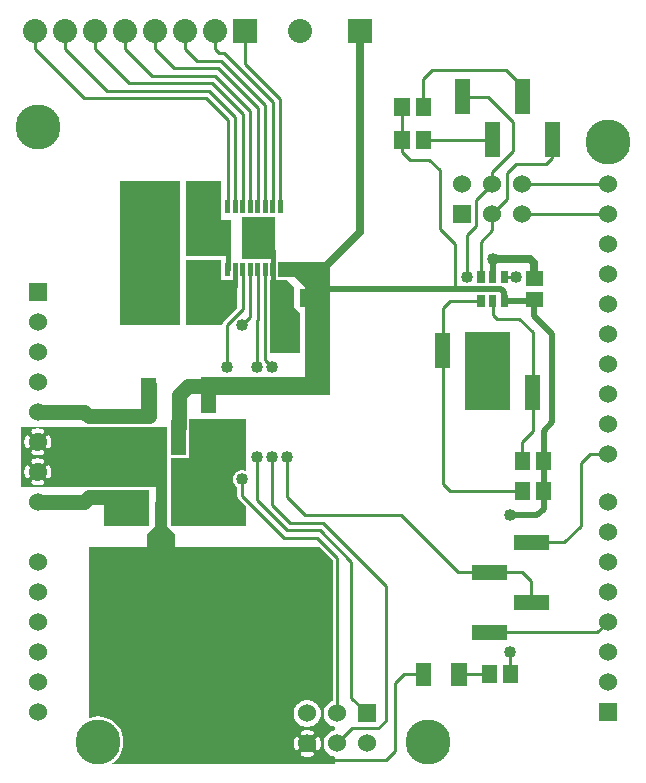
<source format=gbr>
G04 start of page 2 for group 0 idx 0 *
G04 Title: (unknown), component *
G04 Creator: pcb 20140316 *
G04 CreationDate: Thu 11 Jun 2015 05:52:48 PM GMT UTC *
G04 For: ndholmes *
G04 Format: Gerber/RS-274X *
G04 PCB-Dimensions (mil): 2100.00 2700.00 *
G04 PCB-Coordinate-Origin: lower left *
%MOIN*%
%FSLAX25Y25*%
%LNTOP*%
%ADD31C,0.0480*%
%ADD30C,0.1285*%
%ADD29C,0.0380*%
%ADD28C,0.0400*%
%ADD27R,0.0165X0.0165*%
%ADD26R,0.0490X0.0490*%
%ADD25R,0.0945X0.0945*%
%ADD24R,0.0378X0.0378*%
%ADD23R,0.0512X0.0512*%
%ADD22R,0.0240X0.0240*%
%ADD21R,0.0500X0.0500*%
%ADD20C,0.0800*%
%ADD19C,0.1500*%
%ADD18C,0.0600*%
%ADD17C,0.0200*%
%ADD16C,0.0250*%
%ADD15C,0.0150*%
%ADD14C,0.0100*%
%ADD13C,0.0500*%
%ADD12C,0.0350*%
%ADD11C,0.0001*%
G54D11*G36*
X99000Y125500D02*Y170000D01*
X107500D01*
Y125500D01*
X99000D01*
G37*
G36*
X103000D02*X64500D01*
Y131500D01*
X103000D01*
Y125500D01*
G37*
G36*
X95500Y155000D02*X97500Y153000D01*
Y139500D01*
X94500D01*
Y155000D01*
X95500D01*
G37*
G36*
X87500Y164000D02*X93000D01*
X95500Y161500D01*
Y139500D01*
X87500D01*
Y164000D01*
G37*
G36*
X90043Y170000D02*X107500D01*
Y165000D01*
X90043D01*
X90066Y165093D01*
X90075Y165250D01*
X90066Y169907D01*
X90043Y170000D01*
G37*
G36*
X99000Y161500D02*X94500Y166000D01*
X100000D01*
Y161500D01*
X99000D01*
G37*
G36*
X13613Y115000D02*X26863D01*
X27000Y114989D01*
X27137Y115000D01*
X31707D01*
X31738Y114987D01*
X31891Y114950D01*
X32048Y114941D01*
X38109Y114950D01*
X38262Y114987D01*
X38293Y115000D01*
X46863D01*
X47000Y114989D01*
X47137Y115000D01*
X53000D01*
Y95000D01*
X13613D01*
Y97853D01*
X13656Y97860D01*
X13768Y97897D01*
X13873Y97952D01*
X13968Y98022D01*
X14051Y98106D01*
X14119Y98202D01*
X14170Y98308D01*
X14318Y98716D01*
X14422Y99137D01*
X14484Y99567D01*
X14505Y100000D01*
X14484Y100433D01*
X14422Y100863D01*
X14318Y101284D01*
X14175Y101694D01*
X14122Y101800D01*
X14053Y101896D01*
X13970Y101981D01*
X13875Y102051D01*
X13769Y102106D01*
X13657Y102143D01*
X13613Y102151D01*
Y107853D01*
X13656Y107860D01*
X13768Y107897D01*
X13873Y107952D01*
X13968Y108022D01*
X14051Y108106D01*
X14119Y108202D01*
X14170Y108308D01*
X14318Y108716D01*
X14422Y109137D01*
X14484Y109567D01*
X14505Y110000D01*
X14484Y110433D01*
X14422Y110863D01*
X14318Y111284D01*
X14175Y111694D01*
X14122Y111800D01*
X14053Y111896D01*
X13970Y111981D01*
X13875Y112051D01*
X13769Y112106D01*
X13657Y112143D01*
X13613Y112151D01*
Y115000D01*
G37*
G36*
X10002D02*X13613D01*
Y112151D01*
X13540Y112163D01*
X13421Y112164D01*
X13304Y112146D01*
X13191Y112110D01*
X13085Y112057D01*
X12988Y111988D01*
X12904Y111905D01*
X12833Y111809D01*
X12779Y111704D01*
X12741Y111592D01*
X12722Y111475D01*
X12721Y111356D01*
X12739Y111239D01*
X12777Y111126D01*
X12876Y110855D01*
X12944Y110575D01*
X12986Y110289D01*
X13000Y110000D01*
X12986Y109711D01*
X12944Y109425D01*
X12876Y109145D01*
X12780Y108872D01*
X12742Y108761D01*
X12725Y108644D01*
X12725Y108526D01*
X12745Y108409D01*
X12782Y108297D01*
X12836Y108193D01*
X12906Y108098D01*
X12991Y108015D01*
X13087Y107946D01*
X13192Y107893D01*
X13305Y107857D01*
X13421Y107840D01*
X13539Y107841D01*
X13613Y107853D01*
Y102151D01*
X13540Y102163D01*
X13421Y102164D01*
X13304Y102146D01*
X13191Y102110D01*
X13085Y102057D01*
X12988Y101988D01*
X12904Y101905D01*
X12833Y101809D01*
X12779Y101704D01*
X12741Y101592D01*
X12722Y101475D01*
X12721Y101356D01*
X12739Y101239D01*
X12777Y101126D01*
X12876Y100855D01*
X12944Y100575D01*
X12986Y100289D01*
X13000Y100000D01*
X12986Y99711D01*
X12944Y99425D01*
X12876Y99145D01*
X12780Y98872D01*
X12742Y98761D01*
X12725Y98644D01*
X12725Y98526D01*
X12745Y98409D01*
X12782Y98297D01*
X12836Y98193D01*
X12906Y98098D01*
X12991Y98015D01*
X13087Y97946D01*
X13192Y97893D01*
X13305Y97857D01*
X13421Y97840D01*
X13539Y97841D01*
X13613Y97853D01*
Y95000D01*
X10002D01*
Y95495D01*
X10433Y95516D01*
X10863Y95578D01*
X11284Y95682D01*
X11694Y95825D01*
X11800Y95878D01*
X11896Y95947D01*
X11981Y96030D01*
X12051Y96125D01*
X12106Y96231D01*
X12143Y96343D01*
X12163Y96460D01*
X12164Y96579D01*
X12146Y96696D01*
X12110Y96809D01*
X12057Y96915D01*
X11988Y97012D01*
X11905Y97096D01*
X11809Y97167D01*
X11704Y97221D01*
X11592Y97259D01*
X11475Y97278D01*
X11356Y97279D01*
X11239Y97261D01*
X11126Y97223D01*
X10855Y97124D01*
X10575Y97056D01*
X10289Y97014D01*
X10002Y97000D01*
Y103000D01*
X10289Y102986D01*
X10575Y102944D01*
X10855Y102876D01*
X11128Y102780D01*
X11239Y102742D01*
X11356Y102725D01*
X11474Y102725D01*
X11591Y102745D01*
X11703Y102782D01*
X11807Y102836D01*
X11902Y102906D01*
X11985Y102991D01*
X12054Y103087D01*
X12107Y103192D01*
X12143Y103305D01*
X12160Y103421D01*
X12159Y103539D01*
X12140Y103656D01*
X12103Y103768D01*
X12048Y103873D01*
X11978Y103968D01*
X11894Y104051D01*
X11798Y104119D01*
X11692Y104170D01*
X11284Y104318D01*
X10863Y104422D01*
X10433Y104484D01*
X10002Y104505D01*
Y105495D01*
X10433Y105516D01*
X10863Y105578D01*
X11284Y105682D01*
X11694Y105825D01*
X11800Y105878D01*
X11896Y105947D01*
X11981Y106030D01*
X12051Y106125D01*
X12106Y106231D01*
X12143Y106343D01*
X12163Y106460D01*
X12164Y106579D01*
X12146Y106696D01*
X12110Y106809D01*
X12057Y106915D01*
X11988Y107012D01*
X11905Y107096D01*
X11809Y107167D01*
X11704Y107221D01*
X11592Y107259D01*
X11475Y107278D01*
X11356Y107279D01*
X11239Y107261D01*
X11126Y107223D01*
X10855Y107124D01*
X10575Y107056D01*
X10289Y107014D01*
X10002Y107000D01*
Y113000D01*
X10289Y112986D01*
X10575Y112944D01*
X10855Y112876D01*
X11128Y112780D01*
X11239Y112742D01*
X11356Y112725D01*
X11474Y112725D01*
X11591Y112745D01*
X11703Y112782D01*
X11807Y112836D01*
X11902Y112906D01*
X11985Y112991D01*
X12054Y113087D01*
X12107Y113192D01*
X12143Y113305D01*
X12160Y113421D01*
X12159Y113539D01*
X12140Y113656D01*
X12103Y113768D01*
X12048Y113873D01*
X11978Y113968D01*
X11894Y114051D01*
X11798Y114119D01*
X11692Y114170D01*
X11284Y114318D01*
X10863Y114422D01*
X10433Y114484D01*
X10002Y114505D01*
Y115000D01*
G37*
G36*
X6387D02*X10002D01*
Y114505D01*
X10000Y114505D01*
X9567Y114484D01*
X9137Y114422D01*
X8716Y114318D01*
X8306Y114175D01*
X8200Y114122D01*
X8104Y114053D01*
X8019Y113970D01*
X7949Y113875D01*
X7894Y113769D01*
X7857Y113657D01*
X7837Y113540D01*
X7836Y113421D01*
X7854Y113304D01*
X7890Y113191D01*
X7943Y113085D01*
X8012Y112988D01*
X8095Y112904D01*
X8191Y112833D01*
X8296Y112779D01*
X8408Y112741D01*
X8525Y112722D01*
X8644Y112721D01*
X8761Y112739D01*
X8874Y112777D01*
X9145Y112876D01*
X9425Y112944D01*
X9711Y112986D01*
X10000Y113000D01*
X10002Y113000D01*
Y107000D01*
X10000Y107000D01*
X9711Y107014D01*
X9425Y107056D01*
X9145Y107124D01*
X8872Y107220D01*
X8761Y107258D01*
X8644Y107275D01*
X8526Y107275D01*
X8409Y107255D01*
X8297Y107218D01*
X8193Y107164D01*
X8098Y107094D01*
X8015Y107009D01*
X7946Y106913D01*
X7893Y106808D01*
X7857Y106695D01*
X7840Y106579D01*
X7841Y106461D01*
X7860Y106344D01*
X7897Y106232D01*
X7952Y106127D01*
X8022Y106032D01*
X8106Y105949D01*
X8202Y105881D01*
X8308Y105830D01*
X8716Y105682D01*
X9137Y105578D01*
X9567Y105516D01*
X10000Y105495D01*
X10002Y105495D01*
Y104505D01*
X10000Y104505D01*
X9567Y104484D01*
X9137Y104422D01*
X8716Y104318D01*
X8306Y104175D01*
X8200Y104122D01*
X8104Y104053D01*
X8019Y103970D01*
X7949Y103875D01*
X7894Y103769D01*
X7857Y103657D01*
X7837Y103540D01*
X7836Y103421D01*
X7854Y103304D01*
X7890Y103191D01*
X7943Y103085D01*
X8012Y102988D01*
X8095Y102904D01*
X8191Y102833D01*
X8296Y102779D01*
X8408Y102741D01*
X8525Y102722D01*
X8644Y102721D01*
X8761Y102739D01*
X8874Y102777D01*
X9145Y102876D01*
X9425Y102944D01*
X9711Y102986D01*
X10000Y103000D01*
X10002Y103000D01*
Y97000D01*
X10000Y97000D01*
X9711Y97014D01*
X9425Y97056D01*
X9145Y97124D01*
X8872Y97220D01*
X8761Y97258D01*
X8644Y97275D01*
X8526Y97275D01*
X8409Y97255D01*
X8297Y97218D01*
X8193Y97164D01*
X8098Y97094D01*
X8015Y97009D01*
X7946Y96913D01*
X7893Y96808D01*
X7857Y96695D01*
X7840Y96579D01*
X7841Y96461D01*
X7860Y96344D01*
X7897Y96232D01*
X7952Y96127D01*
X8022Y96032D01*
X8106Y95949D01*
X8202Y95881D01*
X8308Y95830D01*
X8716Y95682D01*
X9137Y95578D01*
X9567Y95516D01*
X10000Y95495D01*
X10002Y95495D01*
Y95000D01*
X6387D01*
Y97849D01*
X6460Y97837D01*
X6579Y97836D01*
X6696Y97854D01*
X6809Y97890D01*
X6915Y97943D01*
X7012Y98012D01*
X7096Y98095D01*
X7167Y98191D01*
X7221Y98296D01*
X7259Y98408D01*
X7278Y98525D01*
X7279Y98644D01*
X7261Y98761D01*
X7223Y98874D01*
X7124Y99145D01*
X7056Y99425D01*
X7014Y99711D01*
X7000Y100000D01*
X7014Y100289D01*
X7056Y100575D01*
X7124Y100855D01*
X7220Y101128D01*
X7258Y101239D01*
X7275Y101356D01*
X7275Y101474D01*
X7255Y101591D01*
X7218Y101703D01*
X7164Y101807D01*
X7094Y101902D01*
X7009Y101985D01*
X6913Y102054D01*
X6808Y102107D01*
X6695Y102143D01*
X6579Y102160D01*
X6461Y102159D01*
X6387Y102147D01*
Y107849D01*
X6460Y107837D01*
X6579Y107836D01*
X6696Y107854D01*
X6809Y107890D01*
X6915Y107943D01*
X7012Y108012D01*
X7096Y108095D01*
X7167Y108191D01*
X7221Y108296D01*
X7259Y108408D01*
X7278Y108525D01*
X7279Y108644D01*
X7261Y108761D01*
X7223Y108874D01*
X7124Y109145D01*
X7056Y109425D01*
X7014Y109711D01*
X7000Y110000D01*
X7014Y110289D01*
X7056Y110575D01*
X7124Y110855D01*
X7220Y111128D01*
X7258Y111239D01*
X7275Y111356D01*
X7275Y111474D01*
X7255Y111591D01*
X7218Y111703D01*
X7164Y111807D01*
X7094Y111902D01*
X7009Y111985D01*
X6913Y112054D01*
X6808Y112107D01*
X6695Y112143D01*
X6579Y112160D01*
X6461Y112159D01*
X6387Y112147D01*
Y115000D01*
G37*
G36*
X4500D02*X6387D01*
Y112147D01*
X6344Y112140D01*
X6232Y112103D01*
X6127Y112048D01*
X6032Y111978D01*
X5949Y111894D01*
X5881Y111798D01*
X5830Y111692D01*
X5682Y111284D01*
X5578Y110863D01*
X5516Y110433D01*
X5495Y110000D01*
X5516Y109567D01*
X5578Y109137D01*
X5682Y108716D01*
X5825Y108306D01*
X5878Y108200D01*
X5947Y108104D01*
X6030Y108019D01*
X6125Y107949D01*
X6231Y107894D01*
X6343Y107857D01*
X6387Y107849D01*
Y102147D01*
X6344Y102140D01*
X6232Y102103D01*
X6127Y102048D01*
X6032Y101978D01*
X5949Y101894D01*
X5881Y101798D01*
X5830Y101692D01*
X5682Y101284D01*
X5578Y100863D01*
X5516Y100433D01*
X5495Y100000D01*
X5516Y99567D01*
X5578Y99137D01*
X5682Y98716D01*
X5825Y98306D01*
X5878Y98200D01*
X5947Y98104D01*
X6030Y98019D01*
X6125Y97949D01*
X6231Y97894D01*
X6343Y97857D01*
X6387Y97849D01*
Y95000D01*
X4500D01*
Y115000D01*
G37*
G36*
X32000Y94000D02*X47000D01*
Y82000D01*
X32000D01*
Y94000D01*
G37*
G36*
X57500Y197000D02*Y149000D01*
X37500D01*
Y197000D01*
X57500D01*
G37*
G36*
X59500Y164000D02*X76500D01*
Y154621D01*
X71981Y150102D01*
X71936Y150064D01*
X71783Y149884D01*
X71659Y149683D01*
X71569Y149465D01*
X71514Y149235D01*
X71514Y149235D01*
X71495Y149000D01*
X59500D01*
Y164000D01*
G37*
G36*
Y170500D02*X71000D01*
Y161000D01*
X59500D01*
Y170500D01*
G37*
G36*
Y197000D02*X71000D01*
Y172000D01*
X59500D01*
Y197000D01*
G37*
G36*
Y172000D02*Y184000D01*
X74500D01*
Y172000D01*
X59500D01*
G37*
G36*
X89000Y171000D02*X78000D01*
Y185000D01*
X89000D01*
Y171000D01*
G37*
G36*
X152500Y120500D02*Y146500D01*
X167500D01*
Y120500D01*
X152500D01*
G37*
G36*
X60500Y117500D02*X79500D01*
Y100099D01*
X79366Y100181D01*
X78930Y100362D01*
X78471Y100472D01*
X78000Y100509D01*
X77529Y100472D01*
X77070Y100362D01*
X76634Y100181D01*
X76231Y99935D01*
X75872Y99628D01*
X75565Y99269D01*
X75319Y98866D01*
X75138Y98430D01*
X75028Y97971D01*
X74991Y97500D01*
X75028Y97029D01*
X75138Y96570D01*
X75319Y96134D01*
X75565Y95731D01*
X75872Y95372D01*
X76231Y95065D01*
X76500Y94901D01*
Y92059D01*
X76495Y92000D01*
X76514Y91765D01*
X76569Y91535D01*
X76659Y91317D01*
X76783Y91116D01*
X76936Y90936D01*
X76981Y90898D01*
X79500Y88379D01*
Y82000D01*
X54500D01*
Y104587D01*
X59657Y104596D01*
X59810Y104633D01*
X59955Y104693D01*
X60090Y104775D01*
X60209Y104878D01*
X60312Y104997D01*
X60394Y105132D01*
X60454Y105277D01*
X60491Y105430D01*
X60500Y105587D01*
X60493Y114792D01*
X60500Y114914D01*
Y117500D01*
G37*
G36*
X103416Y75000D02*X103879D01*
X108303Y70576D01*
Y23698D01*
X107754Y23471D01*
X107150Y23101D01*
X106611Y22641D01*
X106151Y22102D01*
X105781Y21498D01*
X105510Y20844D01*
X105345Y20155D01*
X105289Y19449D01*
X105345Y18743D01*
X105510Y18054D01*
X105781Y17400D01*
X106151Y16796D01*
X106611Y16257D01*
X107150Y15797D01*
X107754Y15427D01*
X108408Y15156D01*
X109000Y15014D01*
Y13884D01*
X108408Y13742D01*
X107754Y13471D01*
X107150Y13101D01*
X106611Y12641D01*
X106151Y12102D01*
X105781Y11498D01*
X105510Y10844D01*
X105345Y10155D01*
X105289Y9449D01*
X105345Y8743D01*
X105510Y8054D01*
X105781Y7400D01*
X106151Y6796D01*
X106611Y6257D01*
X107150Y5797D01*
X107754Y5427D01*
X108408Y5156D01*
X109000Y5014D01*
Y2500D01*
X103416D01*
Y7302D01*
X103459Y7309D01*
X103571Y7346D01*
X103676Y7401D01*
X103771Y7471D01*
X103854Y7555D01*
X103922Y7651D01*
X103973Y7757D01*
X104121Y8165D01*
X104225Y8586D01*
X104287Y9016D01*
X104308Y9449D01*
X104287Y9882D01*
X104225Y10312D01*
X104121Y10733D01*
X103978Y11143D01*
X103925Y11249D01*
X103856Y11345D01*
X103773Y11430D01*
X103678Y11500D01*
X103572Y11555D01*
X103460Y11592D01*
X103416Y11600D01*
Y16751D01*
X103455Y16796D01*
X103825Y17400D01*
X104096Y18054D01*
X104261Y18743D01*
X104303Y19449D01*
X104261Y20155D01*
X104096Y20844D01*
X103825Y21498D01*
X103455Y22102D01*
X103416Y22147D01*
Y75000D01*
G37*
G36*
Y2500D02*X99805D01*
Y4944D01*
X100236Y4965D01*
X100666Y5027D01*
X101087Y5131D01*
X101497Y5274D01*
X101603Y5327D01*
X101699Y5396D01*
X101784Y5479D01*
X101854Y5574D01*
X101909Y5680D01*
X101946Y5792D01*
X101966Y5909D01*
X101967Y6028D01*
X101949Y6145D01*
X101913Y6258D01*
X101860Y6364D01*
X101791Y6461D01*
X101708Y6545D01*
X101612Y6616D01*
X101507Y6670D01*
X101395Y6708D01*
X101278Y6727D01*
X101159Y6728D01*
X101042Y6710D01*
X100929Y6672D01*
X100658Y6573D01*
X100378Y6505D01*
X100092Y6463D01*
X99805Y6449D01*
Y12449D01*
X100092Y12435D01*
X100378Y12393D01*
X100658Y12325D01*
X100931Y12229D01*
X101042Y12191D01*
X101159Y12174D01*
X101277Y12174D01*
X101394Y12194D01*
X101506Y12231D01*
X101610Y12285D01*
X101705Y12355D01*
X101788Y12440D01*
X101857Y12536D01*
X101910Y12641D01*
X101946Y12754D01*
X101963Y12870D01*
X101962Y12988D01*
X101943Y13105D01*
X101906Y13217D01*
X101851Y13322D01*
X101781Y13417D01*
X101697Y13500D01*
X101601Y13568D01*
X101495Y13619D01*
X101087Y13767D01*
X100666Y13871D01*
X100236Y13933D01*
X99805Y13954D01*
Y14935D01*
X100509Y14991D01*
X101198Y15156D01*
X101852Y15427D01*
X102456Y15797D01*
X102995Y16257D01*
X103416Y16751D01*
Y11600D01*
X103343Y11612D01*
X103224Y11613D01*
X103107Y11595D01*
X102994Y11559D01*
X102888Y11506D01*
X102791Y11437D01*
X102707Y11354D01*
X102636Y11258D01*
X102582Y11153D01*
X102544Y11041D01*
X102525Y10924D01*
X102524Y10805D01*
X102542Y10688D01*
X102580Y10575D01*
X102679Y10304D01*
X102747Y10024D01*
X102789Y9738D01*
X102803Y9449D01*
X102789Y9160D01*
X102747Y8874D01*
X102679Y8594D01*
X102583Y8321D01*
X102545Y8210D01*
X102528Y8093D01*
X102528Y7975D01*
X102548Y7858D01*
X102585Y7746D01*
X102639Y7642D01*
X102709Y7547D01*
X102794Y7464D01*
X102890Y7395D01*
X102995Y7342D01*
X103108Y7306D01*
X103224Y7289D01*
X103342Y7290D01*
X103416Y7302D01*
Y2500D01*
G37*
G36*
X99805Y75000D02*X103416D01*
Y22147D01*
X102995Y22641D01*
X102456Y23101D01*
X101852Y23471D01*
X101198Y23742D01*
X100509Y23907D01*
X99805Y23963D01*
Y75000D01*
G37*
G36*
X96190Y16751D02*X96611Y16257D01*
X97150Y15797D01*
X97754Y15427D01*
X98408Y15156D01*
X99097Y14991D01*
X99803Y14935D01*
X99805Y14935D01*
Y13954D01*
X99803Y13954D01*
X99370Y13933D01*
X98940Y13871D01*
X98519Y13767D01*
X98109Y13624D01*
X98003Y13571D01*
X97907Y13502D01*
X97822Y13419D01*
X97752Y13324D01*
X97697Y13218D01*
X97660Y13106D01*
X97640Y12989D01*
X97639Y12870D01*
X97657Y12753D01*
X97693Y12640D01*
X97746Y12534D01*
X97815Y12437D01*
X97898Y12353D01*
X97994Y12282D01*
X98099Y12228D01*
X98211Y12190D01*
X98328Y12171D01*
X98447Y12170D01*
X98564Y12188D01*
X98677Y12226D01*
X98948Y12325D01*
X99228Y12393D01*
X99514Y12435D01*
X99803Y12449D01*
X99805Y12449D01*
Y6449D01*
X99803Y6449D01*
X99514Y6463D01*
X99228Y6505D01*
X98948Y6573D01*
X98675Y6669D01*
X98564Y6707D01*
X98447Y6724D01*
X98329Y6724D01*
X98212Y6704D01*
X98100Y6667D01*
X97996Y6613D01*
X97901Y6543D01*
X97818Y6458D01*
X97749Y6362D01*
X97696Y6257D01*
X97660Y6144D01*
X97643Y6028D01*
X97644Y5910D01*
X97663Y5793D01*
X97700Y5681D01*
X97755Y5576D01*
X97825Y5481D01*
X97909Y5398D01*
X98005Y5330D01*
X98111Y5279D01*
X98519Y5131D01*
X98940Y5027D01*
X99370Y4965D01*
X99803Y4944D01*
X99805Y4944D01*
Y2500D01*
X96190D01*
Y7298D01*
X96263Y7286D01*
X96382Y7285D01*
X96499Y7303D01*
X96612Y7339D01*
X96718Y7392D01*
X96815Y7461D01*
X96899Y7544D01*
X96970Y7640D01*
X97024Y7745D01*
X97062Y7857D01*
X97081Y7974D01*
X97082Y8093D01*
X97064Y8210D01*
X97026Y8323D01*
X96927Y8594D01*
X96859Y8874D01*
X96817Y9160D01*
X96803Y9449D01*
X96817Y9738D01*
X96859Y10024D01*
X96927Y10304D01*
X97023Y10577D01*
X97061Y10688D01*
X97078Y10805D01*
X97078Y10923D01*
X97058Y11040D01*
X97021Y11152D01*
X96967Y11256D01*
X96897Y11351D01*
X96812Y11434D01*
X96716Y11503D01*
X96611Y11556D01*
X96498Y11592D01*
X96382Y11609D01*
X96264Y11608D01*
X96190Y11596D01*
Y16751D01*
G37*
G36*
Y75000D02*X99805D01*
Y23963D01*
X99803Y23963D01*
X99097Y23907D01*
X98408Y23742D01*
X97754Y23471D01*
X97150Y23101D01*
X96611Y22641D01*
X96190Y22147D01*
Y75000D01*
G37*
G36*
X27000D02*X96190D01*
Y22147D01*
X96151Y22102D01*
X95781Y21498D01*
X95510Y20844D01*
X95345Y20155D01*
X95289Y19449D01*
X95345Y18743D01*
X95510Y18054D01*
X95781Y17400D01*
X96151Y16796D01*
X96190Y16751D01*
Y11596D01*
X96147Y11589D01*
X96035Y11552D01*
X95930Y11497D01*
X95835Y11427D01*
X95752Y11343D01*
X95684Y11247D01*
X95633Y11141D01*
X95485Y10733D01*
X95381Y10312D01*
X95319Y9882D01*
X95298Y9449D01*
X95319Y9016D01*
X95381Y8586D01*
X95485Y8165D01*
X95628Y7755D01*
X95681Y7649D01*
X95750Y7553D01*
X95833Y7468D01*
X95928Y7398D01*
X96034Y7343D01*
X96146Y7306D01*
X96190Y7298D01*
Y2500D01*
X34029D01*
X35012Y3102D01*
X36029Y3971D01*
X36898Y4988D01*
X37597Y6129D01*
X38109Y7365D01*
X38421Y8666D01*
X38500Y10000D01*
X38421Y11334D01*
X38109Y12635D01*
X37597Y13871D01*
X36898Y15012D01*
X36029Y16029D01*
X35012Y16898D01*
X33871Y17597D01*
X32635Y18109D01*
X31334Y18421D01*
X30000Y18526D01*
X28666Y18421D01*
X27365Y18109D01*
X27000Y17958D01*
Y75000D01*
G37*
G54D12*X51000Y86084D02*Y96000D01*
G54D13*X25500Y90000D02*X10000D01*
X35000Y91457D02*X26957D01*
X25500Y90000D01*
X10000Y120000D02*X25500D01*
X27000Y118500D01*
X47000D01*
Y129086D01*
X57000Y114914D02*Y125500D01*
X60000Y128500D01*
X67000D01*
G54D14*X103000Y78000D02*X92000D01*
X93000Y80500D02*X104000D01*
X105000Y83000D02*X94000D01*
X99000Y85500D02*X93000Y91500D01*
X92000Y78000D02*X78000Y92000D01*
X83000Y90500D02*X93000Y80500D01*
X94000Y83000D02*X88000Y89000D01*
X78000Y92000D02*Y97500D01*
X83000Y105000D02*Y90500D01*
X88000Y89000D02*Y105000D01*
X93000Y91500D02*Y105000D01*
X73000Y149000D02*Y135000D01*
X78250Y154250D02*X73000Y149000D01*
X80750Y151750D02*X78000Y149000D01*
G54D15*X75750Y167500D02*Y162000D01*
X73250Y167500D02*Y175500D01*
X88250Y162000D02*Y173500D01*
G54D14*X78250Y167500D02*Y154250D01*
X85750Y137250D02*X88000Y135000D01*
X85750Y167500D02*Y137250D01*
X83250Y167500D02*Y150750D01*
X83000Y150500D01*
Y135000D01*
X80750Y167500D02*Y151750D01*
X171500Y196000D02*X200000D01*
X161500D02*X156000Y190500D01*
Y182000D01*
X153000Y179000D01*
X161500Y180500D02*Y186000D01*
X166500Y191000D01*
X171500Y186000D02*X200000D01*
X169500Y202500D02*X179500D01*
X161500Y196000D02*Y200000D01*
X168500Y207000D01*
X179500Y202500D02*X181500Y204500D01*
Y211500D01*
X131371Y221500D02*Y210543D01*
X134000Y204000D02*X131500Y206500D01*
Y210414D01*
X131371Y210543D02*X131500Y210414D01*
G54D16*X117500Y180000D02*Y247000D01*
G54D14*X149000Y176000D02*X144000Y181000D01*
Y200500D01*
X140500Y204000D01*
X134000D01*
X138500Y210500D02*X161500D01*
X138457Y221500D02*Y230957D01*
X141500Y234000D01*
X168500Y216500D02*X160000Y225000D01*
X151500D01*
X141500Y234000D02*X166000D01*
X171000Y229000D01*
X166500Y191000D02*Y199500D01*
X169500Y202500D01*
X168500Y207000D02*Y216500D01*
X165500Y165000D02*X169500D01*
G54D17*X161600D02*Y171000D01*
X161500Y161000D02*X164500D01*
G54D14*X153000Y179000D02*Y165000D01*
X157700D02*Y176700D01*
X161500Y180500D01*
X149000Y161000D02*Y176000D01*
X157700Y156800D02*X147300D01*
X175000Y146500D02*X170500Y151000D01*
G54D17*X165500Y156800D02*X175500D01*
X164500Y161000D02*X165500Y160000D01*
Y157000D01*
G54D14*X161600Y156800D02*Y152400D01*
G54D16*Y171000D02*X174000D01*
X175500Y169500D01*
Y164543D01*
G54D17*X161500Y161000D02*X103500D01*
G54D14*X147300Y156800D02*X145000Y154500D01*
G54D16*X104500Y167000D02*X117500Y180000D01*
G54D14*X73250Y188500D02*Y217250D01*
X66000Y224500D01*
X25500D01*
X9000Y241000D01*
X33000Y227000D02*X19000Y241000D01*
X40500Y229500D02*X29000Y241000D01*
X48000Y232000D02*X39000Y241000D01*
X55500Y234500D02*X49000Y241000D01*
X63000Y237000D02*X59000Y241000D01*
X9000D02*Y247000D01*
X19000Y241000D02*Y247000D01*
X29000Y241000D02*Y247000D01*
X39000Y241000D02*Y247000D01*
X49000Y241000D02*Y247000D01*
X59000Y241000D02*Y247000D01*
X67000Y227000D02*X33000D01*
X68000Y229500D02*X40500D01*
X69000Y232000D02*X48000D01*
X70000Y234500D02*X55500D01*
X72000Y239500D02*X70500D01*
X69000Y241000D01*
Y247000D01*
X75750Y188500D02*Y218250D01*
X78250Y188500D02*Y219250D01*
X80750Y188500D02*Y220250D01*
X83250Y188500D02*Y221250D01*
X85750Y188500D02*Y222250D01*
X88250Y188500D02*Y223250D01*
X75750Y218250D02*X67000Y227000D01*
X78250Y219250D02*X68000Y229500D01*
X80750Y220250D02*X69000Y232000D01*
X83250Y221250D02*X70000Y234500D01*
X85750Y222250D02*X71000Y237000D01*
X63000D01*
X88250Y223250D02*X72000Y239500D01*
X90750Y188500D02*Y224250D01*
X79000Y236000D01*
Y247000D01*
X109803Y19449D02*Y71197D01*
X114500Y70000D02*Y24752D01*
X126000Y17000D02*Y62000D01*
X109803Y71197D02*X103000Y78000D01*
X104000Y80500D02*X114500Y70000D01*
X126000Y62000D02*X105000Y83000D01*
X99000Y85500D02*X131000D01*
X150000Y66500D01*
X129000Y29500D02*X132000Y32500D01*
X114500Y24752D02*X119803Y19449D01*
X109803Y9449D02*X114854Y14500D01*
X123500D01*
X105449Y4000D02*X126000D01*
G54D17*X178543Y87543D02*X176500Y85500D01*
G54D14*X171457Y103543D02*Y109957D01*
X175000Y113500D01*
X123500Y14500D02*X126000Y17000D01*
X160457Y32500D02*X150405D01*
X126000Y4000D02*X129000Y7000D01*
Y29500D01*
G54D17*X178543Y87543D02*Y113543D01*
X176500Y85500D02*X167500D01*
G54D14*X147500Y93500D02*X171457D01*
X132000Y32500D02*X138595D01*
X167500Y40000D02*Y32500D01*
X160414Y46500D02*X196500D01*
X200000Y50000D01*
X150000Y66500D02*X171500D01*
X174500Y63500D01*
Y56500D01*
X174586Y76500D02*X185500D01*
X191000Y82000D01*
Y103000D01*
X194000Y106000D01*
X200000D01*
X145000Y154500D02*Y96000D01*
X147500Y93500D01*
X161600Y152400D02*X163000Y151000D01*
X170500D02*X163000D01*
G54D17*X175500Y152000D02*Y156800D01*
Y152000D02*X181500Y146000D01*
G54D14*X175000Y113500D02*Y146500D01*
G54D17*X178543Y113543D02*X181500Y116500D01*
Y146000D01*
G54D11*G36*
X197000Y23000D02*Y17000D01*
X203000D01*
Y23000D01*
X197000D01*
G37*
G54D18*X200000Y30000D03*
Y40000D03*
Y50000D03*
Y60000D03*
Y70000D03*
G54D19*X140000Y10000D03*
G54D18*X119803Y9449D03*
X109803D03*
X99803D03*
G54D11*G36*
X116803Y22449D02*Y16449D01*
X122803D01*
Y22449D01*
X116803D01*
G37*
G54D18*X109803Y19449D03*
X99803D03*
X10000Y130000D03*
Y120000D03*
Y110000D03*
Y100000D03*
Y90000D03*
Y70000D03*
Y60000D03*
Y50000D03*
Y40000D03*
Y30000D03*
Y20000D03*
G54D19*X30000Y10000D03*
G54D18*X200000Y80000D03*
Y90000D03*
Y106000D03*
Y116000D03*
Y126000D03*
Y136000D03*
Y146000D03*
Y156000D03*
Y166000D03*
Y176000D03*
Y186000D03*
Y196000D03*
G54D19*Y210000D03*
G54D11*G36*
X148500Y189000D02*Y183000D01*
X154500D01*
Y189000D01*
X148500D01*
G37*
G54D18*X161500Y186000D03*
X171500D03*
X151500Y196000D03*
X161500D03*
X171500D03*
G54D11*G36*
X7000Y163000D02*Y157000D01*
X13000D01*
Y163000D01*
X7000D01*
G37*
G54D18*X10000Y150000D03*
Y140000D03*
G54D19*Y215000D03*
G54D20*X29000Y247000D03*
X19000D03*
X9000D03*
X69000D03*
X59000D03*
X49000D03*
X39000D03*
G54D11*G36*
X75000Y251000D02*Y243000D01*
X83000D01*
Y251000D01*
X75000D01*
G37*
G36*
X113500D02*Y243000D01*
X121500D01*
Y251000D01*
X113500D01*
G37*
G54D20*X97500Y247000D03*
G54D21*X175000Y129740D02*Y123087D01*
X165000Y143913D02*Y137260D01*
X155000Y129740D02*Y123087D01*
G54D22*X165500Y165800D02*Y164200D01*
X161600Y165800D02*Y164200D01*
X157700Y165800D02*Y164200D01*
Y157600D02*Y156000D01*
X161600Y157600D02*Y156000D01*
X165500Y157600D02*Y156000D01*
G54D23*X175107Y157457D02*X175893D01*
X175107Y164543D02*X175893D01*
X171457Y103936D02*Y103150D01*
X178543Y103936D02*Y103150D01*
X171457Y93893D02*Y93107D01*
X178543Y93893D02*Y93107D01*
G54D21*X171260Y76500D02*X177913D01*
X157087Y46500D02*X163740D01*
X171260Y56500D02*X177913D01*
X157087Y66500D02*X163740D01*
G54D23*X160457Y32893D02*Y32107D01*
X167543Y32893D02*Y32107D01*
G54D21*X145000Y143913D02*Y137260D01*
G54D23*X138457Y221893D02*Y221107D01*
X131371Y221893D02*Y221107D01*
X138500Y210893D02*Y210107D01*
X131414Y210893D02*Y210107D01*
X138595Y33681D02*Y31319D01*
X150405Y33681D02*Y31319D01*
G54D21*X181500Y214240D02*Y207587D01*
X161500Y214240D02*Y207587D01*
X171500Y228413D02*Y221760D01*
X151500Y228413D02*Y221760D01*
G54D23*X57543Y98393D02*Y97607D01*
G54D24*X56906Y87984D02*Y83890D01*
G54D23*X50457Y98393D02*Y97607D01*
G54D24*X51000Y87984D02*Y76174D01*
G54D25*Y74440D02*Y72550D01*
G54D11*G36*
X52885Y82005D02*X55725Y79165D01*
X54305Y77745D01*
X51465Y80585D01*
X52885Y82005D01*
G37*
G36*
X46275Y79165D02*X49115Y82005D01*
X50535Y80585D01*
X47695Y77745D01*
X46275Y79165D01*
G37*
G54D24*X45094Y87984D02*Y83890D01*
G54D23*X34607Y98543D02*X35393D01*
X34607Y91457D02*X35393D01*
X34607Y111414D02*X35393D01*
X34607Y118500D02*X35393D01*
G54D21*X47000Y128913D02*Y122260D01*
X67000Y128913D02*Y122260D01*
X57000Y114740D02*Y108087D01*
X77000Y114740D02*Y108087D01*
G54D23*X62043Y178893D02*Y178107D01*
X54957Y178893D02*Y178107D01*
G54D26*X63500Y194300D02*Y190700D01*
X53500Y194300D02*Y190700D01*
G54D27*X78250Y189925D02*Y187075D01*
X75750Y189925D02*Y187075D01*
X73250Y189925D02*Y187075D01*
G54D23*X62043Y167893D02*Y167107D01*
X54957Y167893D02*Y167107D01*
G54D26*X63500Y155300D02*Y151700D01*
X53500Y155300D02*Y151700D01*
G54D27*X90750Y189925D02*Y187075D01*
X88250Y189925D02*Y187075D01*
X85750Y189925D02*Y187075D01*
X83250Y189925D02*Y187075D01*
X80750Y189925D02*Y187075D01*
X73250Y168925D02*Y166075D01*
X75750Y168925D02*Y166075D01*
X78250Y168925D02*Y166075D01*
X80750Y168925D02*Y166075D01*
X83250Y168925D02*Y166075D01*
X85750Y168925D02*Y166075D01*
X88250Y168925D02*Y166075D01*
X90750Y168925D02*Y166075D01*
G54D26*X101500Y145800D02*Y142200D01*
X91500Y145800D02*Y142200D01*
G54D23*X100043Y158393D02*Y157607D01*
X92957Y158393D02*Y157607D01*
G54D28*X160000Y133500D03*
X169500Y165000D03*
X153000D03*
X167500Y85500D03*
Y40000D03*
X161600Y171000D03*
X42000Y111000D03*
Y105000D03*
Y99000D03*
X18000Y105000D03*
X23500D03*
X29000D03*
X73000Y135000D03*
X78000Y97500D03*
X83000Y105000D03*
X88000D03*
X93000D03*
X88000Y135000D03*
X54000Y63500D03*
X48000D03*
X42500D03*
Y70000D03*
X59500D03*
Y63500D03*
X83000Y135000D03*
X90000Y152000D03*
X95000D03*
X78000Y149000D03*
X55000Y185000D03*
X50000D03*
X55000Y173000D03*
X50000D03*
X55000Y161000D03*
X50000D03*
X45000Y185000D03*
X40000D03*
Y179000D03*
X45000Y173000D03*
X40000D03*
X45000Y161000D03*
X40000D03*
Y167000D03*
X81000Y173500D03*
X86000D03*
X81000Y182500D03*
X86000D03*
X81000Y178000D03*
X86000D03*
G54D17*G54D29*G54D30*G54D29*G54D30*G54D29*G54D30*G54D29*G54D30*G54D31*M02*

</source>
